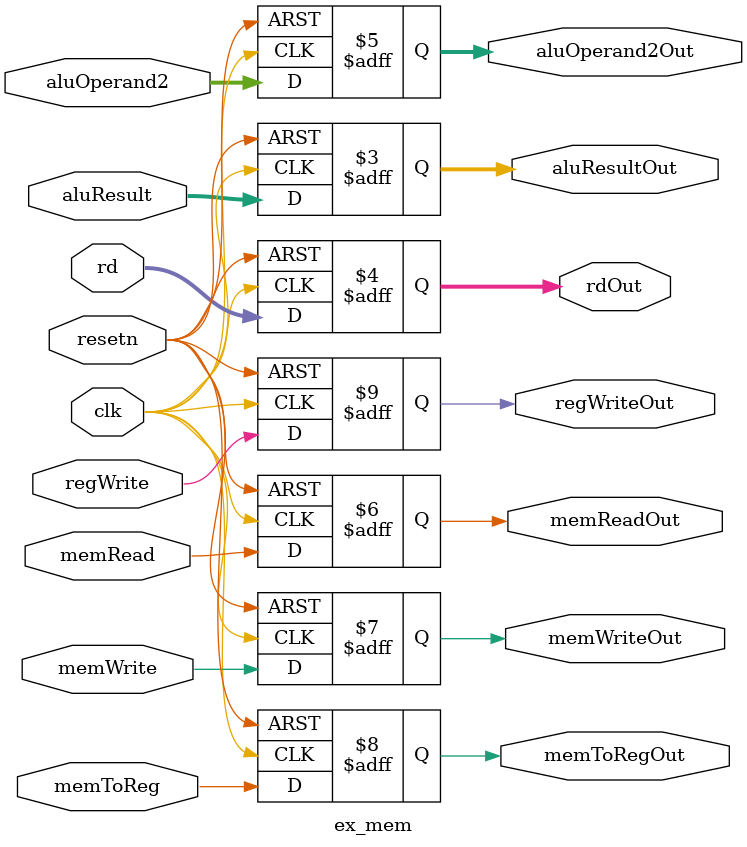
<source format=sv>
module ex_mem (
    input clk,
    input resetn,
    input [31:0] aluResult,
    input [31:0] aluOperand2,
    input [4:0] rd,
    // control signals for mem stage
    input memRead,
    input memWrite,
    // control signals for wb stage
    input memToReg,
    input regWrite,
    // output signals
    output reg [31:0] aluResultOut,
    output reg [4:0] rdOut,
    output reg [31:0] aluOperand2Out,

    // output control signals for mem and wb
    output reg memReadOut,
    output reg memWriteOut,
    output reg memToRegOut,
    output reg regWriteOut
);

    always @(posedge clk or negedge resetn) begin
        if(!resetn) begin
            aluResultOut <= 0;
            rdOut <= 0;
            aluOperand2Out <= 0;
            memReadOut <= 0;
            memWriteOut <= 0;
            memToRegOut <= 0;
            regWriteOut <= 0;
        end
        else begin
            aluResultOut <= aluResult;
            rdOut <= rd;
            aluOperand2Out <= aluOperand2;
            memReadOut <= memRead;
            memWriteOut <= memWrite;
            memToRegOut <= memToReg;
            regWriteOut <= regWrite;
        end
    end
    
endmodule
</source>
